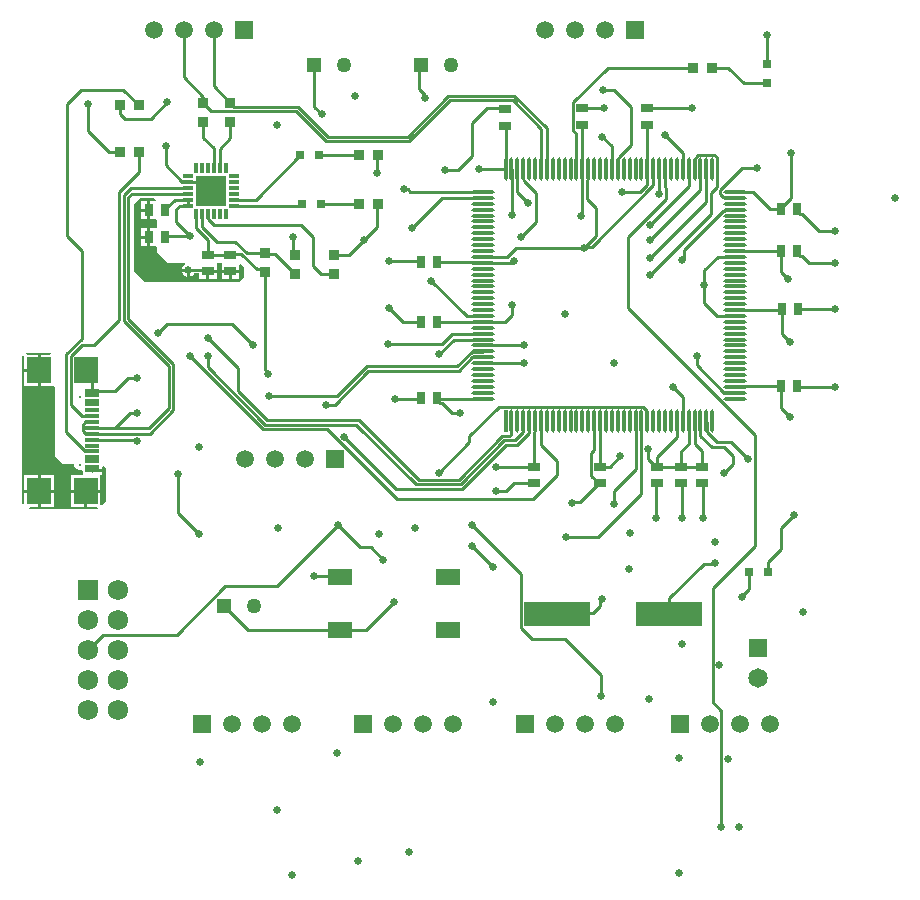
<source format=gtl>
G04*
G04 #@! TF.GenerationSoftware,Altium Limited,Altium Designer,22.9.1 (49)*
G04*
G04 Layer_Physical_Order=1*
G04 Layer_Color=255*
%FSLAX25Y25*%
%MOIN*%
G70*
G04*
G04 #@! TF.SameCoordinates,F30A270F-9CF5-405F-8EA2-704C6F89508A*
G04*
G04*
G04 #@! TF.FilePolarity,Positive*
G04*
G01*
G75*
%ADD14C,0.01000*%
%ADD15R,0.10039X0.10039*%
%ADD16R,0.01181X0.03347*%
%ADD17R,0.03347X0.01181*%
%ADD18R,0.01230X0.07698*%
G04:AMPARAMS|DCode=19|XSize=76.98mil|YSize=12.3mil|CornerRadius=6.15mil|HoleSize=0mil|Usage=FLASHONLY|Rotation=90.000|XOffset=0mil|YOffset=0mil|HoleType=Round|Shape=RoundedRectangle|*
%AMROUNDEDRECTD19*
21,1,0.07698,0.00000,0,0,90.0*
21,1,0.06468,0.01230,0,0,90.0*
1,1,0.01230,0.00000,0.03234*
1,1,0.01230,0.00000,-0.03234*
1,1,0.01230,0.00000,-0.03234*
1,1,0.01230,0.00000,0.03234*
%
%ADD19ROUNDEDRECTD19*%
G04:AMPARAMS|DCode=20|XSize=12.3mil|YSize=76.98mil|CornerRadius=6.15mil|HoleSize=0mil|Usage=FLASHONLY|Rotation=90.000|XOffset=0mil|YOffset=0mil|HoleType=Round|Shape=RoundedRectangle|*
%AMROUNDEDRECTD20*
21,1,0.01230,0.06468,0,0,90.0*
21,1,0.00000,0.07698,0,0,90.0*
1,1,0.01230,0.03234,0.00000*
1,1,0.01230,0.03234,0.00000*
1,1,0.01230,-0.03234,0.00000*
1,1,0.01230,-0.03234,0.00000*
%
%ADD20ROUNDEDRECTD20*%
%ADD21R,0.04528X0.01181*%
%ADD22R,0.07874X0.08583*%
%ADD23R,0.03543X0.03740*%
%ADD24R,0.03071X0.03898*%
%ADD25R,0.03898X0.03071*%
%ADD26R,0.08268X0.05512*%
%ADD27R,0.22047X0.08268*%
%ADD28R,0.03150X0.03150*%
%ADD29R,0.03150X0.03150*%
%ADD30R,0.03740X0.03543*%
%ADD52C,0.06496*%
%ADD53R,0.06496X0.06496*%
%ADD54R,0.05906X0.05906*%
%ADD55C,0.05906*%
%ADD56C,0.01280*%
%ADD57R,0.06791X0.06791*%
%ADD58C,0.06791*%
%ADD59R,0.05020X0.05020*%
%ADD60C,0.05020*%
%ADD61C,0.02500*%
G36*
X21701Y191409D02*
X21434Y190909D01*
X18244D01*
Y185618D01*
Y180327D01*
X22681D01*
X23000Y179959D01*
Y157000D01*
X25500Y154500D01*
X29452D01*
X29469Y154476D01*
Y153768D01*
X29739Y153114D01*
X30240Y152613D01*
X30894Y152342D01*
X31602D01*
X31801Y152425D01*
X32217Y152147D01*
Y150721D01*
X31736Y150673D01*
X28280D01*
Y145882D01*
X33217D01*
X38154D01*
Y150673D01*
X38634Y150721D01*
X38744D01*
Y151811D01*
X35480D01*
Y152811D01*
X38744D01*
Y153603D01*
X39206Y153794D01*
X40000Y153000D01*
X40000Y142000D01*
X38616Y140615D01*
X38154Y140807D01*
Y144882D01*
X33716D01*
Y140091D01*
X36934D01*
X37201Y139591D01*
X37141Y139500D01*
X14359D01*
X14299Y139591D01*
X14566Y140091D01*
X17244D01*
Y144882D01*
X12807D01*
Y141346D01*
X12345Y141155D01*
X12000Y141500D01*
X12000Y190461D01*
X12376Y190766D01*
X12807Y190581D01*
Y186118D01*
X17244D01*
Y190909D01*
X13620D01*
X13353Y191409D01*
X13413Y191500D01*
X21641D01*
X21701Y191409D01*
D02*
G37*
G36*
X56551Y242449D02*
X56344Y241949D01*
X54744D01*
Y239000D01*
Y236051D01*
X56500D01*
X56779Y236051D01*
X57000Y235643D01*
Y233358D01*
X56779Y232949D01*
X56500Y232949D01*
X54744D01*
Y230000D01*
Y227051D01*
X56500D01*
X56779Y227051D01*
X57000Y226642D01*
Y225000D01*
X60500Y221500D01*
X66349D01*
X66449Y221000D01*
X66225Y220907D01*
X65592Y220274D01*
X65272Y219500D01*
X67500D01*
Y219000D01*
X68000D01*
Y216772D01*
X68774Y217092D01*
X69407Y217725D01*
X69513Y217980D01*
X71051D01*
Y216209D01*
X73500D01*
Y218744D01*
X74000D01*
Y219244D01*
X76949D01*
Y221000D01*
X76949Y221280D01*
X77358Y221500D01*
X78142D01*
X78551Y221280D01*
X78551Y221000D01*
Y219244D01*
X84449D01*
Y220844D01*
X84949Y221051D01*
X86000Y220000D01*
Y216500D01*
X84500Y215000D01*
X53000D01*
X49500Y218500D01*
Y241000D01*
X51500Y243000D01*
X56000D01*
X56551Y242449D01*
D02*
G37*
%LPC*%
G36*
X17244Y185118D02*
X12807D01*
Y180327D01*
X17244D01*
Y185118D01*
D02*
G37*
G36*
X22681Y150673D02*
X18244D01*
Y145882D01*
X22681D01*
Y150673D01*
D02*
G37*
G36*
X17244D02*
X12807D01*
Y145882D01*
X17244D01*
Y150673D01*
D02*
G37*
G36*
X32717Y144882D02*
X28280D01*
Y140091D01*
X32717D01*
Y144882D01*
D02*
G37*
G36*
X22681D02*
X18244D01*
Y140091D01*
X22681D01*
Y144882D01*
D02*
G37*
G36*
X53744Y241949D02*
X51709D01*
Y239500D01*
X53744D01*
Y241949D01*
D02*
G37*
G36*
Y238500D02*
X51709D01*
Y236051D01*
X53744D01*
Y238500D01*
D02*
G37*
G36*
Y232949D02*
X51709D01*
Y230500D01*
X53744D01*
Y232949D01*
D02*
G37*
G36*
Y229500D02*
X51709D01*
Y227051D01*
X53744D01*
Y229500D01*
D02*
G37*
G36*
X67000Y218500D02*
X65272D01*
X65592Y217725D01*
X66225Y217092D01*
X67000Y216772D01*
Y218500D01*
D02*
G37*
G36*
X84449Y218244D02*
X82000D01*
Y216209D01*
X84449D01*
Y218244D01*
D02*
G37*
G36*
X81000D02*
X78551D01*
Y216209D01*
X81000D01*
Y218244D01*
D02*
G37*
G36*
X76949D02*
X74500D01*
Y216209D01*
X76949D01*
Y218244D01*
D02*
G37*
%LPD*%
D14*
X60000Y254066D02*
Y260500D01*
Y254066D02*
X65523Y248543D01*
X67232D01*
X67323Y248453D01*
X64000Y138000D02*
X71000Y131000D01*
X64000Y138000D02*
Y151000D01*
X240151Y168648D02*
X240195Y168604D01*
Y165054D02*
X243627Y161623D01*
X240195Y165054D02*
Y168604D01*
X34000Y265500D02*
X41000Y258500D01*
X34000Y265500D02*
Y274500D01*
X44701Y274000D02*
X44784Y273917D01*
Y271216D02*
Y273917D01*
Y271216D02*
X46500Y269500D01*
X55000D01*
X60500Y275000D01*
X44500Y245000D02*
X51150Y251650D01*
X44500Y202379D02*
Y245000D01*
X51150Y251650D02*
Y258500D01*
X36121Y194000D02*
X44500Y202379D01*
X35480Y164516D02*
X54637D01*
X62500Y172379D02*
Y187621D01*
X47500Y202621D02*
X62500Y187621D01*
X54637Y164516D02*
X62500Y172379D01*
X61000Y173000D02*
Y187000D01*
X42984Y166484D02*
X54484D01*
X61000Y173000D01*
X46000Y202000D02*
X61000Y187000D01*
X165641Y188039D02*
X165661Y188020D01*
X179480D02*
X179500Y188000D01*
X165661Y188020D02*
X179480D01*
X48000Y171500D02*
X50500D01*
X42984Y166484D02*
X48000Y171500D01*
X35480Y166484D02*
X42984D01*
X265000Y126000D02*
Y133000D01*
X260650Y121650D02*
X265000Y126000D01*
Y133000D02*
X269500Y137500D01*
X94500Y177000D02*
X116879D01*
X126879Y187000D01*
X113500Y174000D02*
X113750Y174250D01*
X116250D01*
X127500Y185500D01*
X60500Y201000D02*
X82000D01*
X57500Y198000D02*
X60500Y201000D01*
X82000D02*
X89000Y194000D01*
X41000Y258500D02*
X44850D01*
X109500Y273500D02*
Y287500D01*
Y273500D02*
X112000Y271000D01*
X170000Y145500D02*
X173470D01*
X176033Y148063D01*
X182700D01*
X182625Y153500D02*
X182700Y153575D01*
X170000Y153500D02*
X182625D01*
X172157Y163799D02*
X174604D01*
X175190Y164385D01*
Y168648D01*
X173400Y160799D02*
X176949D01*
X181052Y168604D02*
X181096Y168648D01*
X181052Y164901D02*
Y168604D01*
X176949Y160799D02*
X181052Y164901D01*
X172778Y162299D02*
X176328D01*
X179083Y165054D01*
Y168604D02*
X179127Y168648D01*
X179083Y165054D02*
Y168604D01*
X144250Y149250D02*
X157608D01*
X172157Y163799D01*
X158851Y146250D02*
X173400Y160799D01*
X136752Y146250D02*
X158851D01*
X158229Y147750D02*
X172778Y162299D01*
X143250Y147750D02*
X158229D01*
X239213Y121213D02*
X242713D01*
X227701Y109701D02*
X239213Y121213D01*
X242713D02*
X243000Y121500D01*
X260650Y118500D02*
Y121650D01*
X238700Y148063D02*
X239000Y147763D01*
Y136500D02*
Y147763D01*
X231700Y148063D02*
X232000Y147763D01*
Y136500D02*
Y147763D01*
X162000Y127000D02*
X169000Y120000D01*
X252000Y110000D02*
Y110299D01*
X254350Y112650D01*
X35480Y152311D02*
Y153492D01*
X32217Y165480D02*
Y167489D01*
X33090Y168362D01*
X32217Y165480D02*
X33090Y164606D01*
X33090Y168362D02*
X35390D01*
X33090Y164606D02*
X35390D01*
X113820Y166000D02*
X137070Y142750D01*
X92500Y166000D02*
X113820D01*
X68000Y190500D02*
X92500Y166000D01*
X119501Y163501D02*
X136752Y146250D01*
X93121Y167500D02*
X123500D01*
X74000Y186621D02*
X93121Y167500D01*
X123500D02*
X143250Y147750D01*
X84052Y178690D02*
X93743Y169000D01*
X124500D01*
X144250Y149250D01*
X84052Y178690D02*
Y186448D01*
X74000Y196500D02*
X84052Y186448D01*
X74000Y186621D02*
Y190500D01*
X47500Y202621D02*
Y243379D01*
X46000Y202000D02*
Y244000D01*
X137070Y142750D02*
X182285D01*
X190303Y150767D01*
Y155454D01*
X185033Y160724D02*
X190303Y155454D01*
X185033Y160724D02*
Y168648D01*
X241651Y237651D02*
Y244716D01*
X243735Y246800D01*
X242788Y257556D02*
X243735Y256609D01*
Y246800D02*
Y256609D01*
X237513Y257556D02*
X242788D01*
X236567Y256609D02*
X237513Y257556D01*
X236567Y256356D02*
Y256609D01*
X236214Y256003D02*
X236567Y256356D01*
X236214Y252707D02*
Y256003D01*
X221500Y217500D02*
X241651Y237651D01*
X221500Y223000D02*
X240151Y241651D01*
Y252707D01*
X221500Y229000D02*
X238182Y245682D01*
Y252707D01*
X234245Y247245D02*
Y252707D01*
X221250Y234250D02*
X234245Y247245D01*
X35571Y162457D02*
X50309D01*
X35480Y162547D02*
X35571Y162457D01*
X50309D02*
X50500Y162266D01*
X33217Y185618D02*
X35480Y183354D01*
Y178689D02*
Y183354D01*
X42922Y178689D02*
X47233Y183000D01*
X50500D01*
X35480Y178689D02*
X42922D01*
X28280Y174221D02*
Y190324D01*
X31988Y170512D02*
X35390D01*
X28280Y174221D02*
X31988Y170512D01*
X35390Y152220D02*
X35480Y152311D01*
Y177508D02*
Y178689D01*
X109500Y117000D02*
X117945D01*
X118087Y116858D01*
X264944Y218556D02*
Y225319D01*
Y218556D02*
X267500Y216000D01*
X199500Y226500D02*
X203500Y230500D01*
X200427Y242724D02*
X203500Y239651D01*
Y230500D02*
Y239651D01*
X200427Y242724D02*
Y249057D01*
X200781Y249411D01*
Y252707D01*
X199500Y226500D02*
X200500D01*
Y226787D02*
X201908D01*
X85026Y224474D02*
X90216Y219284D01*
X148500Y215500D02*
X160213Y203787D01*
X165641D01*
X178276Y109896D02*
Y117724D01*
Y109896D02*
X178285Y109886D01*
X178276Y109048D02*
X178285Y109058D01*
Y109886D01*
X178276Y99724D02*
Y109048D01*
Y99724D02*
X182000Y96000D01*
X193000D01*
X205000Y84000D01*
Y77000D02*
Y84000D01*
X151000Y151500D02*
X161142Y161642D01*
Y163642D02*
X170997Y173497D01*
X161142Y161642D02*
Y163642D01*
X220750Y156111D02*
X223287Y153575D01*
X223700D01*
X220750Y156111D02*
Y159500D01*
X218500Y144500D02*
Y168645D01*
X193500Y130000D02*
X204000D01*
X218500Y144500D01*
X223500Y136500D02*
Y147863D01*
X209500Y141000D02*
Y145582D01*
X216529Y152611D01*
Y168648D01*
X246404Y243158D02*
X249700D01*
X245797Y243511D02*
X246051D01*
X244851Y245795D02*
X252056Y253000D01*
X257000D01*
X246051Y243511D02*
X246404Y243158D01*
X244851Y244457D02*
X245797Y243511D01*
X244851Y244457D02*
Y245795D01*
X31956Y194000D02*
X36121D01*
X28280Y190324D02*
X31956Y194000D01*
X27000Y230420D02*
X32000Y225420D01*
X26779Y190945D02*
X32000Y196166D01*
Y225420D01*
X26779Y165011D02*
Y190945D01*
Y165011D02*
X33090Y158701D01*
X35390D01*
X35480Y158610D01*
X35390Y170512D02*
X35480Y170421D01*
X35390Y168362D02*
X35480Y168453D01*
X35390Y164606D02*
X35480Y164516D01*
X150456Y201819D02*
X165641D01*
X139181D02*
X144944D01*
X93000Y185906D02*
Y218350D01*
X128250Y126750D02*
X132500Y122500D01*
X124750Y126750D02*
X128250D01*
X117500Y134000D02*
X124750Y126750D01*
X155382Y197882D02*
X165641D01*
X134000Y194500D02*
X152000D01*
X155913Y195913D02*
X165641D01*
X152000Y194500D02*
X155382Y197882D01*
X151000Y191000D02*
X155913Y195913D01*
X156963Y187000D02*
X161895Y191932D01*
X162048Y189964D02*
X165597D01*
X165641Y190008D01*
X161895Y191932D02*
X165597D01*
X165641Y191976D01*
X126879Y187000D02*
X156963D01*
X127500Y185500D02*
X157584D01*
X162048Y189964D01*
X157975Y171525D02*
X158000Y171500D01*
X155250Y171525D02*
X157975D01*
X151905Y174870D02*
X155250Y171525D01*
X151491Y174870D02*
X151905D01*
X150456Y175906D02*
X151491Y174870D01*
X150456Y175906D02*
Y176319D01*
X144625Y176000D02*
X144944Y176319D01*
X150547Y176228D02*
X165641D01*
X150456Y176319D02*
X150547Y176228D01*
X94000Y184500D02*
Y184906D01*
X93000Y185906D02*
X94000Y184906D01*
X134500Y206500D02*
X139181Y201819D01*
X102902Y217850D02*
X103000D01*
X111650D02*
X116000D01*
X101630Y219122D02*
X102902Y217850D01*
X92066Y219284D02*
X93000Y218350D01*
X101630Y219122D02*
Y219220D01*
X109000Y220500D02*
X111650Y217850D01*
X90216Y219284D02*
X92066D01*
X96350Y224500D02*
X101630Y219220D01*
X116000Y224150D02*
X121150D01*
X102500Y224650D02*
X103000Y224150D01*
X93000Y224500D02*
X96350D01*
X86972Y224650D02*
X93000D01*
X109000Y220500D02*
Y230000D01*
X83121Y228500D02*
X86972Y224650D01*
X121150Y224150D02*
X126000Y229000D01*
X102500Y224650D02*
Y230000D01*
X105000Y234000D02*
X109000Y230000D01*
X76129Y234000D02*
X105000D01*
X82677Y240579D02*
X104929D01*
X162030Y221819D02*
X162345Y221504D01*
X150456Y221819D02*
X162030D01*
X144763Y222000D02*
X144944Y221819D01*
X134500Y222000D02*
X144763D01*
X142000Y233000D02*
X152157Y243158D01*
X130500Y233500D02*
Y240850D01*
X126000Y229000D02*
X130500Y233500D01*
X162345Y221504D02*
X165641D01*
X82677Y242547D02*
X89898D01*
X104850Y257500D01*
X104929Y240579D02*
X105350Y241000D01*
X111150Y257500D02*
X124350D01*
X111650Y241000D02*
X124350D01*
X113500Y262000D02*
X139500D01*
X114061Y263561D02*
X140561D01*
X164500Y252730D02*
X164524Y252707D01*
X141456Y245126D02*
X165641D01*
X152157Y243158D02*
X165641D01*
X153000Y252500D02*
X157500D01*
X162000Y257000D01*
X103472Y272028D02*
X113500Y262000D01*
X82772Y273528D02*
X104094D01*
X114061Y263561D01*
X154110Y277110D02*
X176184D01*
X140561Y263561D02*
X154110Y277110D01*
X141182Y262061D02*
X154732Y275610D01*
X175563D01*
X162000Y268000D02*
X167075Y273075D01*
X162000Y257000D02*
Y268000D01*
X144500Y279582D02*
Y287000D01*
X145000Y287500D01*
X144500Y279582D02*
X146500Y277582D01*
Y276500D02*
Y277582D01*
X130500Y251500D02*
Y257350D01*
Y240850D02*
X130650Y241000D01*
X130500Y257350D02*
X130650Y257500D01*
X139500Y262000D02*
X139561Y262061D01*
X139500Y246000D02*
X140582D01*
X139561Y262061D02*
X141182D01*
X140582Y246000D02*
X141456Y245126D01*
X249700Y180165D02*
X252996D01*
X253150Y180319D01*
X264944D01*
Y173056D02*
X268000Y170000D01*
X270775Y180000D02*
X283000D01*
X264944Y173056D02*
Y180319D01*
X270456D02*
X270775Y180000D01*
X231700Y153575D02*
Y158708D01*
X234245Y161254D01*
X223700Y156677D02*
X230308Y163285D01*
X232277Y168648D02*
Y176723D01*
X229000Y180000D02*
X232277Y176723D01*
X245878Y160123D02*
X249000Y157000D01*
X248377Y161623D02*
X254000Y156000D01*
X241878Y160123D02*
X245878D01*
X243627Y161623D02*
X248377D01*
X249656Y178241D02*
X249700Y178197D01*
X246107Y178241D02*
X249656D01*
X237000Y187347D02*
Y190500D01*
Y187347D02*
X246107Y178241D01*
X213982Y206428D02*
X256250Y164161D01*
X165641Y193945D02*
X165669Y193972D01*
X179472D01*
X162000Y134000D02*
X178276Y117724D01*
X190299Y104500D02*
X190536Y104737D01*
X195500Y141500D02*
X195787Y141787D01*
X190536Y104737D02*
X202237D01*
X195787Y141787D02*
X198011D01*
X202237Y104737D02*
X204735Y107235D01*
Y108735D01*
X205500Y109500D01*
X182700Y153575D02*
Y164987D01*
X198011Y141787D02*
X204287Y148063D01*
X201751Y150598D02*
Y157967D01*
X202749Y158965D01*
X201751Y150598D02*
X204287Y148063D01*
X204700D01*
Y153575D02*
X204718Y153593D01*
X204700Y153575D02*
X208075D01*
X211500Y157000D01*
X182700Y164987D02*
X183064Y165352D01*
Y168648D01*
X204718Y153593D02*
Y168648D01*
X218497D02*
X218500Y168645D01*
X202749Y158965D02*
Y168648D01*
X220466D02*
Y171944D01*
X179472Y193972D02*
X179500Y194000D01*
X219166Y173497D02*
X220112Y172550D01*
X170997Y173497D02*
X219166D01*
X220112Y172297D02*
Y172550D01*
Y172297D02*
X220466Y171944D01*
X242250Y75082D02*
Y113068D01*
X227701Y104500D02*
Y109701D01*
X223500Y147863D02*
X223700Y148063D01*
X231700Y153575D02*
X238700D01*
X223700D02*
X231700D01*
X223700D02*
Y156677D01*
X245000Y33500D02*
X245153Y33653D01*
Y72179D01*
X242250Y75082D02*
X245153Y72179D01*
X254350Y112650D02*
Y118500D01*
X242250Y113068D02*
X256250Y127068D01*
Y164161D01*
X246000Y151500D02*
X249000Y154500D01*
Y157000D01*
X236214Y168648D02*
X236245Y168616D01*
X238700Y153575D02*
Y158738D01*
X236245Y161193D02*
X238700Y158738D01*
X238182Y163818D02*
X241878Y160123D01*
X236245Y161193D02*
Y168616D01*
X234245Y161254D02*
Y168648D01*
X230308Y163285D02*
Y168648D01*
X238182Y163818D02*
Y168648D01*
X249700Y225441D02*
X252996D01*
X253118Y225319D02*
X264944D01*
X252996Y225441D02*
X253118Y225319D01*
X265244Y197756D02*
X268000Y195000D01*
X270456Y224905D02*
Y225319D01*
Y224905D02*
X271491Y223870D01*
X271905D01*
X274275Y221500D01*
X270756Y206000D02*
X283000D01*
X274275Y221500D02*
X283000D01*
X264944Y239732D02*
X265980Y240768D01*
X266063D01*
X268500Y243205D01*
Y258000D01*
X270456Y238906D02*
Y239319D01*
Y238906D02*
X271491Y237870D01*
X271905D01*
X277775Y232000D01*
X283000D01*
X249700Y205756D02*
X265000D01*
X265244Y206000D01*
Y197756D02*
Y206000D01*
X264944Y239319D02*
Y239732D01*
X249700Y245126D02*
X255549D01*
X261356Y239319D01*
X264944D01*
X252650Y281350D02*
X260500D01*
X247500Y286500D02*
X252650Y281350D01*
X260500Y287650D02*
Y297500D01*
X63500Y235000D02*
X67794Y230706D01*
X70079Y232976D02*
Y236023D01*
X70169D02*
Y237732D01*
X63500Y235000D02*
Y239500D01*
X70079Y237823D02*
X70169Y237732D01*
X59756Y239000D02*
Y239413D01*
X63500Y239500D02*
X64579Y240579D01*
X67323D01*
X59756Y239413D02*
X62890Y242547D01*
X67323Y240579D02*
Y242547D01*
X62890D02*
X67323D01*
X60256Y230500D02*
X68000D01*
X59756Y230000D02*
X60256Y230500D01*
X73744Y219000D02*
X74000Y218744D01*
X67500Y219000D02*
X73744D01*
X74000Y224256D02*
X81500D01*
X81718Y224474D02*
X85026D01*
X74000Y224256D02*
Y229055D01*
X77000Y228500D02*
X83121D01*
X72138Y233362D02*
X77000Y228500D01*
X70079Y232976D02*
X74000Y229055D01*
X74106Y236023D02*
X76129Y234000D01*
X72138Y233362D02*
Y237732D01*
X74106Y236023D02*
Y237732D01*
X72047Y237823D02*
X72138Y237732D01*
X74016Y237823D02*
X74106Y237732D01*
X67323Y248453D02*
X72047D01*
X46000Y244000D02*
X48484Y246484D01*
X47500Y243379D02*
X48637Y244516D01*
X48484Y246484D02*
X67323D01*
X48637Y244516D02*
X67323D01*
X27000Y230420D02*
Y274500D01*
X66000Y283369D02*
Y299000D01*
Y283369D02*
X72500Y276869D01*
Y263161D02*
Y268350D01*
Y274650D02*
Y276869D01*
Y274650D02*
X75122Y272028D01*
X72500Y263161D02*
X75984Y259677D01*
X76000Y280299D02*
Y299000D01*
X77953Y259453D02*
X81500Y263000D01*
Y268500D01*
X76000Y280299D02*
X82772Y273528D01*
X27000Y274500D02*
X31722Y279222D01*
X45778D01*
X51000Y274000D01*
X75984Y253177D02*
Y259677D01*
X77953Y253177D02*
Y259453D01*
X34000Y92500D02*
X39000Y97500D01*
X63566D01*
X136500Y176000D02*
X144625D01*
X87358Y99142D02*
X118087D01*
X79500Y107000D02*
X87358Y99142D01*
X63566Y97500D02*
X79727Y113661D01*
X97161D01*
X117500Y134000D01*
X118087Y99142D02*
X126642D01*
X136000Y108500D01*
X75122Y272028D02*
X103472D01*
X164524Y252707D02*
X173222D01*
X179127Y249411D02*
Y252707D01*
Y249411D02*
X179481Y249057D01*
X175190Y252707D02*
X175234Y252663D01*
X177159Y245091D02*
Y252707D01*
X179481Y248957D02*
Y249057D01*
Y248957D02*
X179481Y248957D01*
Y248804D02*
Y248957D01*
X177159Y245091D02*
X180750Y241500D01*
X175234Y237766D02*
X175500Y237500D01*
X175234Y237766D02*
Y252663D01*
X196844Y252707D02*
Y264521D01*
X195751Y265613D02*
X196844Y264521D01*
X173200Y267563D02*
X173222Y267541D01*
Y252707D02*
Y267541D01*
X175563Y275610D02*
X185033Y266141D01*
X176184Y277110D02*
X187001Y266293D01*
X185033Y252707D02*
Y266141D01*
X187001Y252707D02*
Y266293D01*
X195751Y265613D02*
Y275025D01*
X167075Y273075D02*
X173200D01*
X208655Y252707D02*
Y260345D01*
X210623Y252707D02*
Y256003D01*
X210977Y256356D01*
Y256457D01*
X210977Y256457D01*
Y256609D01*
X209270Y279230D02*
X215000Y273500D01*
X210977Y256609D02*
X215000Y260633D01*
Y273500D01*
X220200Y256269D02*
Y267563D01*
Y256269D02*
X220466Y256003D01*
X207227Y286500D02*
X235850D01*
X220466Y252707D02*
Y256003D01*
X242150Y286500D02*
X247500D01*
X175098Y221504D02*
X175594Y222000D01*
X165641Y201819D02*
X173062D01*
X173583Y223472D02*
X176611Y226500D01*
X165641Y223472D02*
X173583D01*
X175594Y222000D02*
X176000D01*
X173062Y201819D02*
X175500Y204257D01*
Y207500D01*
X165641Y221504D02*
X175098D01*
X220200Y273075D02*
X235425D01*
X226500Y264000D02*
X232277Y258223D01*
Y252707D02*
Y258223D01*
X235425Y273075D02*
X235500Y273000D01*
X176611Y226500D02*
X199500D01*
X198500Y237000D02*
X198768Y237268D01*
Y252663D01*
X198812Y252707D02*
Y256003D01*
X198700Y256115D02*
Y267563D01*
Y273075D02*
X198775Y273000D01*
X198700Y256115D02*
X198812Y256003D01*
X195751Y275025D02*
X207227Y286500D01*
X198775Y273000D02*
X206000D01*
X205500Y263500D02*
X208655Y260345D01*
X205613Y279230D02*
X209270D01*
X245797Y238867D02*
X246051D01*
X246404Y239220D01*
X249700D01*
X226371Y246679D02*
Y252707D01*
X222434Y247313D02*
Y252707D01*
X220466Y247466D02*
Y252707D01*
X208655Y251353D02*
Y252707D01*
X198768Y252663D02*
X198812Y252707D01*
X224403D02*
X224447Y252663D01*
X179481Y248804D02*
X183500Y244784D01*
X224447Y244553D02*
Y252663D01*
Y244553D02*
X224500Y244500D01*
X226371Y246679D02*
X226750Y246300D01*
Y242932D02*
Y246300D01*
X201908Y226787D02*
X222434Y247313D01*
X212000Y245000D02*
X218000D01*
X220466Y247466D01*
X213982Y230164D02*
X226750Y242932D01*
X178500Y230000D02*
X183500Y235000D01*
Y244784D01*
X213982Y206428D02*
Y230164D01*
X232000Y222500D02*
X232765Y223265D01*
Y225835D01*
X239500Y214000D02*
Y219000D01*
X232765Y225835D02*
X245797Y238867D01*
X243972Y223472D02*
X249700D01*
X239500Y208000D02*
Y214000D01*
Y208000D02*
X243713Y203787D01*
X239500Y219000D02*
X243972Y223472D01*
X243713Y203787D02*
X249700D01*
D15*
X75000Y245500D02*
D03*
D16*
X70079Y253177D02*
D03*
X72047D02*
D03*
X74016D02*
D03*
X75984D02*
D03*
X77953D02*
D03*
X79921D02*
D03*
Y237823D02*
D03*
X77953D02*
D03*
X75984D02*
D03*
X74016D02*
D03*
X72047D02*
D03*
X70079D02*
D03*
D17*
X82677Y250421D02*
D03*
Y248453D02*
D03*
Y246484D02*
D03*
Y244516D02*
D03*
Y242547D02*
D03*
Y240579D02*
D03*
X67323D02*
D03*
Y242547D02*
D03*
Y244516D02*
D03*
Y246484D02*
D03*
Y248453D02*
D03*
Y250421D02*
D03*
D18*
X173222Y168648D02*
D03*
D19*
X175190D02*
D03*
X177159D02*
D03*
X179127D02*
D03*
X181096D02*
D03*
X183064D02*
D03*
X185033D02*
D03*
X187001D02*
D03*
X188970D02*
D03*
X190938D02*
D03*
X192907D02*
D03*
X194875D02*
D03*
X196844D02*
D03*
X198812D02*
D03*
X200781D02*
D03*
X202749D02*
D03*
X204718D02*
D03*
X206686D02*
D03*
X208655D02*
D03*
X210623D02*
D03*
X212592D02*
D03*
X214560D02*
D03*
X216529D02*
D03*
X218497D02*
D03*
X220466D02*
D03*
X222434D02*
D03*
X224403D02*
D03*
X226371D02*
D03*
X228340D02*
D03*
X230308D02*
D03*
X232277D02*
D03*
X234245D02*
D03*
X236214D02*
D03*
X238182D02*
D03*
X240151D02*
D03*
X242119D02*
D03*
Y252707D02*
D03*
X240151D02*
D03*
X238182D02*
D03*
X236214D02*
D03*
X234245D02*
D03*
X232277D02*
D03*
X230308D02*
D03*
X228340D02*
D03*
X226371D02*
D03*
X224403D02*
D03*
X222434D02*
D03*
X220466D02*
D03*
X218497D02*
D03*
X216529D02*
D03*
X214560D02*
D03*
X212592D02*
D03*
X210623D02*
D03*
X208655D02*
D03*
X206686D02*
D03*
X204718D02*
D03*
X202749D02*
D03*
X200781D02*
D03*
X198812D02*
D03*
X196844D02*
D03*
X194875D02*
D03*
X192907D02*
D03*
X190938D02*
D03*
X188970D02*
D03*
X187001D02*
D03*
X185033D02*
D03*
X183064D02*
D03*
X181096D02*
D03*
X179127D02*
D03*
X177159D02*
D03*
X175190D02*
D03*
X173222D02*
D03*
D20*
X249700Y176228D02*
D03*
Y178197D02*
D03*
Y180165D02*
D03*
Y182134D02*
D03*
Y184102D02*
D03*
Y186071D02*
D03*
Y188039D02*
D03*
Y190008D02*
D03*
Y191976D02*
D03*
Y193945D02*
D03*
Y195913D02*
D03*
Y197882D02*
D03*
Y199850D02*
D03*
Y201819D02*
D03*
Y203787D02*
D03*
Y205756D02*
D03*
Y207724D02*
D03*
Y209693D02*
D03*
Y211661D02*
D03*
Y213630D02*
D03*
Y215598D02*
D03*
Y217567D02*
D03*
Y219535D02*
D03*
Y221504D02*
D03*
Y223472D02*
D03*
Y225441D02*
D03*
Y227410D02*
D03*
Y229378D02*
D03*
Y231347D02*
D03*
Y233315D02*
D03*
Y235283D02*
D03*
Y237252D02*
D03*
Y239220D02*
D03*
Y241189D02*
D03*
Y243158D02*
D03*
Y245126D02*
D03*
X165641D02*
D03*
Y243158D02*
D03*
Y241189D02*
D03*
Y239220D02*
D03*
Y237252D02*
D03*
Y235283D02*
D03*
Y233315D02*
D03*
Y231347D02*
D03*
Y229378D02*
D03*
Y227410D02*
D03*
Y225441D02*
D03*
Y223472D02*
D03*
Y221504D02*
D03*
Y219535D02*
D03*
Y217567D02*
D03*
Y215598D02*
D03*
Y213630D02*
D03*
Y211661D02*
D03*
Y209693D02*
D03*
Y207724D02*
D03*
Y205756D02*
D03*
Y203787D02*
D03*
Y201819D02*
D03*
Y199850D02*
D03*
Y197882D02*
D03*
Y195913D02*
D03*
Y193945D02*
D03*
Y191976D02*
D03*
Y190008D02*
D03*
Y188039D02*
D03*
Y186071D02*
D03*
Y184102D02*
D03*
Y182134D02*
D03*
Y180165D02*
D03*
Y178197D02*
D03*
Y176228D02*
D03*
D21*
X35480Y178689D02*
D03*
Y175539D02*
D03*
Y170421D02*
D03*
Y166484D02*
D03*
Y164516D02*
D03*
Y160579D02*
D03*
Y155461D02*
D03*
Y152311D02*
D03*
Y153492D02*
D03*
Y156642D02*
D03*
Y158610D02*
D03*
Y162547D02*
D03*
Y168453D02*
D03*
Y172390D02*
D03*
Y174358D02*
D03*
Y177508D02*
D03*
D22*
X17744Y185618D02*
D03*
Y145382D02*
D03*
X33217Y185618D02*
D03*
Y145382D02*
D03*
D23*
X235850Y286500D02*
D03*
X242150D02*
D03*
X51150Y258500D02*
D03*
X44850D02*
D03*
X44701Y274000D02*
D03*
X51000D02*
D03*
X124350Y241000D02*
D03*
X130650D02*
D03*
X124350Y257500D02*
D03*
X130650D02*
D03*
D24*
X144944Y176319D02*
D03*
X150456D02*
D03*
X144944Y201819D02*
D03*
X150456D02*
D03*
X144944Y221819D02*
D03*
X150456D02*
D03*
X270756Y206000D02*
D03*
X265244D02*
D03*
X270456Y225319D02*
D03*
X264944D02*
D03*
X270456Y239319D02*
D03*
X264944D02*
D03*
X270456Y180319D02*
D03*
X264944D02*
D03*
X54244Y230000D02*
D03*
X59756D02*
D03*
X54244Y239000D02*
D03*
X59756D02*
D03*
D25*
X220200Y267563D02*
D03*
Y273075D02*
D03*
X173000Y272756D02*
D03*
Y267244D02*
D03*
X182700Y148063D02*
D03*
Y153575D02*
D03*
X204700Y148063D02*
D03*
Y153575D02*
D03*
X198700Y273075D02*
D03*
Y267563D02*
D03*
X231700Y148063D02*
D03*
Y153575D02*
D03*
X238700Y148063D02*
D03*
Y153575D02*
D03*
X81500Y218744D02*
D03*
Y224256D02*
D03*
X74000Y218744D02*
D03*
Y224256D02*
D03*
X223700Y148063D02*
D03*
Y153575D02*
D03*
D26*
X118087Y116858D02*
D03*
X153913D02*
D03*
X118087Y99142D02*
D03*
X153913D02*
D03*
D27*
X227701Y104500D02*
D03*
X190299D02*
D03*
D28*
X254350Y118500D02*
D03*
X260650D02*
D03*
X104850Y257500D02*
D03*
X111150D02*
D03*
X105350Y241000D02*
D03*
X111650D02*
D03*
D29*
X260500Y287650D02*
D03*
Y281350D02*
D03*
D30*
X93000Y218350D02*
D03*
Y224650D02*
D03*
X103000Y217850D02*
D03*
Y224150D02*
D03*
X116000D02*
D03*
Y217850D02*
D03*
X72500Y268350D02*
D03*
Y274650D02*
D03*
X81500Y274799D02*
D03*
Y268500D02*
D03*
D52*
X257500Y83000D02*
D03*
D53*
Y93000D02*
D03*
D54*
X125700Y67831D02*
D03*
X179700D02*
D03*
X231200D02*
D03*
X72000D02*
D03*
X86000Y299000D02*
D03*
X116500Y156000D02*
D03*
X216500Y299000D02*
D03*
D55*
X135700Y67831D02*
D03*
X145700D02*
D03*
X155700D02*
D03*
X189700D02*
D03*
X199700D02*
D03*
X209700D02*
D03*
X241200D02*
D03*
X251200D02*
D03*
X261200D02*
D03*
X82000D02*
D03*
X92000D02*
D03*
X102000D02*
D03*
X56000Y299000D02*
D03*
X66000D02*
D03*
X76000D02*
D03*
X106500Y156000D02*
D03*
X96500D02*
D03*
X86500D02*
D03*
X186500Y299000D02*
D03*
X196500D02*
D03*
X206500D02*
D03*
D56*
X31248Y176878D02*
D03*
Y154122D02*
D03*
D57*
X34000Y112500D02*
D03*
D58*
X44000D02*
D03*
X34000Y102500D02*
D03*
X44000D02*
D03*
X34000Y92500D02*
D03*
X44000D02*
D03*
X34000Y82500D02*
D03*
X44000D02*
D03*
X34000Y72500D02*
D03*
X44000D02*
D03*
D59*
X79500Y107000D02*
D03*
X145000Y287500D02*
D03*
X109500D02*
D03*
D60*
X89500Y107000D02*
D03*
X155000Y287500D02*
D03*
X119500D02*
D03*
D61*
X117000Y58000D02*
D03*
X247403Y56000D02*
D03*
X60000Y260500D02*
D03*
X71000Y131000D02*
D03*
Y160000D02*
D03*
X64000Y151000D02*
D03*
X102000Y17500D02*
D03*
X214574Y131574D02*
D03*
X34000Y274500D02*
D03*
X60500Y275000D02*
D03*
X179500Y188000D02*
D03*
X209500D02*
D03*
X269500Y137500D02*
D03*
X94500Y177000D02*
D03*
X113500Y174000D02*
D03*
X68000Y190500D02*
D03*
X57500Y198000D02*
D03*
X112000Y271000D02*
D03*
X170000Y145500D02*
D03*
Y153500D02*
D03*
X243000Y121500D02*
D03*
Y128500D02*
D03*
X239000Y136500D02*
D03*
X232000D02*
D03*
X143000Y133000D02*
D03*
X162000Y127000D02*
D03*
X169000Y120000D02*
D03*
X252000Y110000D02*
D03*
X50500Y162266D02*
D03*
X119501Y163501D02*
D03*
X89000Y194000D02*
D03*
X74000Y196500D02*
D03*
Y190500D02*
D03*
X221500Y217500D02*
D03*
Y223000D02*
D03*
Y229000D02*
D03*
X221250Y234250D02*
D03*
X124000Y22000D02*
D03*
X50500Y183000D02*
D03*
X109500Y117000D02*
D03*
X267500Y216000D02*
D03*
X97000Y39000D02*
D03*
X71500Y55000D02*
D03*
X141000Y25000D02*
D03*
X148500Y215500D02*
D03*
X205000Y77000D02*
D03*
X169000Y75000D02*
D03*
X244500Y87500D02*
D03*
X151000Y151500D02*
D03*
X220750Y159500D02*
D03*
X223500Y136500D02*
D03*
X209500Y141000D02*
D03*
X257000Y253000D02*
D03*
X50500Y171500D02*
D03*
X97500Y133000D02*
D03*
X117500Y134000D02*
D03*
X131000Y131000D02*
D03*
X132500Y122500D02*
D03*
X136000Y108500D02*
D03*
X68000Y230500D02*
D03*
X67500Y219000D02*
D03*
X136500Y176000D02*
D03*
X94000Y184500D02*
D03*
X151000Y191000D02*
D03*
X134000Y194500D02*
D03*
X134500Y206500D02*
D03*
Y222000D02*
D03*
X146500Y276500D02*
D03*
X123000Y277000D02*
D03*
X205500Y109500D02*
D03*
X153000Y252500D02*
D03*
X158000Y171500D02*
D03*
X231000Y18000D02*
D03*
X245000Y33500D02*
D03*
X251000D02*
D03*
X231000Y56500D02*
D03*
X221000Y76000D02*
D03*
X232000Y94500D02*
D03*
X214500Y119500D02*
D03*
X246000Y151500D02*
D03*
X254000Y156000D02*
D03*
X211500Y157000D02*
D03*
X268000Y170000D02*
D03*
X229000Y180000D02*
D03*
X283000D02*
D03*
X175500Y237500D02*
D03*
Y207500D02*
D03*
X205500Y263500D02*
D03*
X179500Y194000D02*
D03*
X178500Y230000D02*
D03*
X164500Y252730D02*
D03*
X176000Y222000D02*
D03*
X180750Y241500D02*
D03*
X193000Y204500D02*
D03*
X198500Y237000D02*
D03*
X199500Y226500D02*
D03*
X237000Y190500D02*
D03*
X268000Y195000D02*
D03*
X283000Y206000D02*
D03*
X239500Y214000D02*
D03*
X283000Y221500D02*
D03*
X232000Y222500D02*
D03*
X283000Y232000D02*
D03*
X303000Y243000D02*
D03*
X224500Y244500D02*
D03*
X212000Y245000D02*
D03*
X268500Y258000D02*
D03*
X226500Y264000D02*
D03*
X206000Y273000D02*
D03*
X235500D02*
D03*
X205613Y279230D02*
D03*
X260500Y297500D02*
D03*
X75000Y245500D02*
D03*
X126000Y229000D02*
D03*
X102500Y230000D02*
D03*
X142000Y233000D02*
D03*
X139500Y246000D02*
D03*
X130500Y251500D02*
D03*
X97000Y267500D02*
D03*
X162000Y134000D02*
D03*
X193500Y130000D02*
D03*
X195500Y141500D02*
D03*
X272500Y105000D02*
D03*
M02*

</source>
